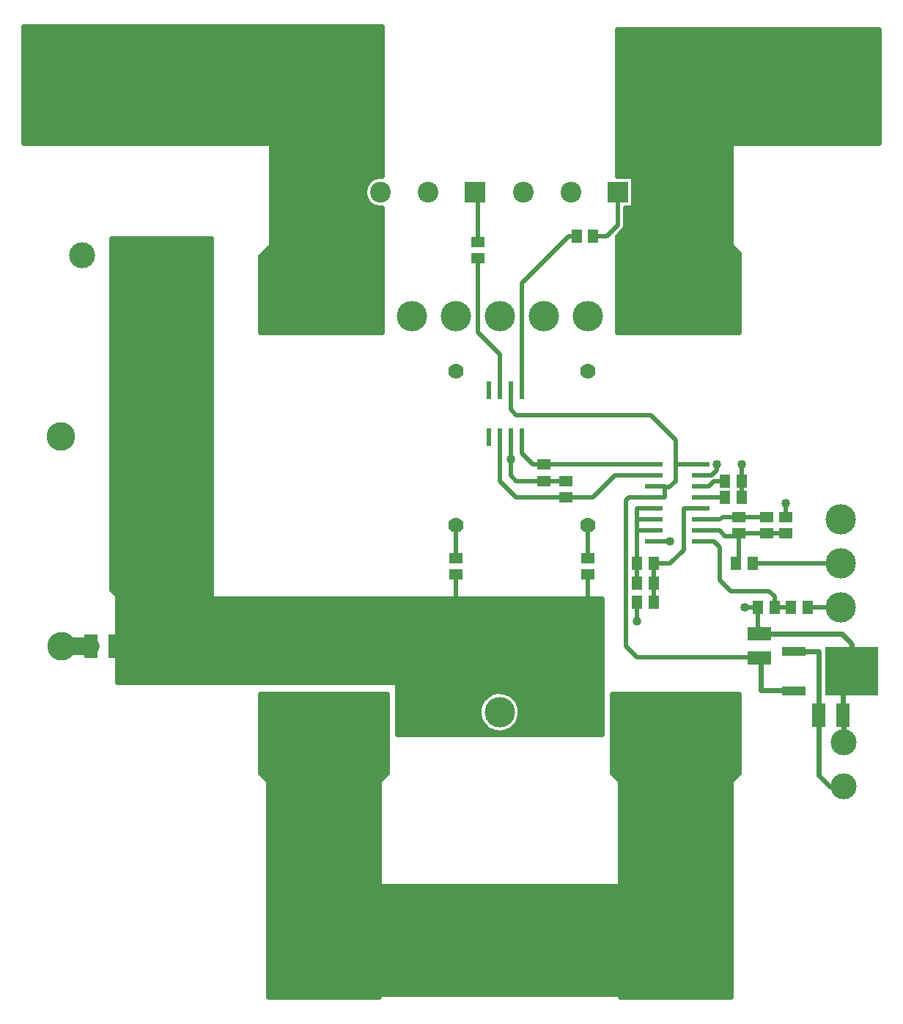
<source format=gbr>
G04 DipTrace 2.3.0.3*
%INTop.gbr*%
%MOMM*%
%ADD13C,0.5*%
%ADD14C,2.0*%
%ADD16C,0.6*%
%ADD17C,0.33*%
%ADD18C,13.0*%
%ADD19C,0.635*%
%ADD20R,1.3X1.5*%
%ADD21R,1.5X1.3*%
%ADD22R,2.7X1.6*%
%ADD23R,1.6X2.7*%
%ADD24R,3.3X3.3*%
%ADD25C,3.3*%
%ADD26R,0.6X2.0*%
%ADD27R,2.4X2.4*%
%ADD28C,2.4*%
%ADD29C,1.778*%
%ADD30C,1.778*%
%ADD31C,3.5*%
%ADD32C,3.5*%
%ADD33R,2.0X0.6*%
%ADD34R,13.0X13.0*%
%ADD35C,3.0*%
%ADD37R,2.75X1.0*%
%ADD38R,6.15X5.55*%
%ADD39C,1.016*%
%FSLAX53Y53*%
G04*
G71*
G90*
G75*
G01*
%LNTop*%
%LPD*%
X98800Y23495D2*
D14*
X95410D1*
X147320Y45085D2*
D13*
Y47625D1*
X153670Y42545D2*
X151130D1*
X147955D1*
X147320Y43180D1*
Y45085D1*
X173985Y42545D2*
Y40640D1*
X163830Y35560D2*
X165418D1*
X165735D1*
X173990Y44450D2*
X173985Y42545D1*
X169230Y43180D2*
X170497D1*
X171133Y43815D1*
Y44450D1*
X174308Y27940D2*
X175895D1*
X161925Y26352D2*
Y28575D1*
X179070Y40005D2*
Y38418D1*
X179067Y38415D1*
X176025Y24895D2*
X176717D1*
X175895Y25717D1*
Y27940D1*
X185737Y12383D2*
D16*
Y15500D1*
X185680Y15558D1*
Y21622D1*
X186722Y20580D1*
Y23780D1*
X185607Y24895D1*
X176025D1*
X169230Y40640D2*
D13*
X172085D1*
X169230Y41910D2*
X170180D1*
X170815Y42545D1*
X172085D1*
X163830Y30798D2*
Y33015D1*
X163825Y33020D1*
X165735D1*
X167322Y34607D1*
Y39370D1*
X169230D1*
X163825Y28575D2*
Y30798D1*
X163830D1*
Y39370D2*
X161925D1*
Y38100D1*
X163830D1*
X161925D2*
Y36830D1*
X163830D1*
X161925Y33020D2*
Y36830D1*
X161930Y30798D2*
Y33015D1*
X161925Y33020D1*
X176845Y38415D2*
X173670D1*
X171765D1*
X171450Y38100D1*
X169230D1*
Y36830D2*
X171450D1*
X172085Y36195D1*
X173350D1*
X173670Y36515D1*
X176845D1*
X173670D2*
Y33335D1*
X173355Y33020D1*
X179067Y36515D2*
X176845D1*
X181605Y27940D2*
X185420D1*
X177795D2*
X179705D1*
X177795D2*
Y29215D1*
X177165Y29845D1*
X172720D1*
X171450Y31115D1*
Y34925D1*
X170815Y35560D1*
X169230D1*
X143510Y68268D2*
Y59690D1*
X146050Y57150D1*
Y53025D1*
X163830Y43180D2*
X159385D1*
X156845Y40640D1*
X154940D1*
X147955D1*
X146050Y42545D1*
Y47625D1*
X153670Y40645D2*
X154940Y40640D1*
X156210Y33655D2*
Y37465D1*
X156842Y70805D2*
X158435D1*
X159702Y72072D1*
Y75883D1*
X135890Y15875D2*
D17*
X140970D1*
Y19685D1*
X149860D1*
X151130Y18415D1*
Y15875D1*
X156210D1*
X105330Y47705D2*
Y23575D1*
X105410Y23495D1*
X140335D1*
X140585Y23245D1*
X140970Y22860D1*
Y19685D1*
X101600Y23495D2*
X105410D1*
X102870Y68580D2*
Y54610D1*
X105410Y52070D1*
Y47785D1*
X105330Y47705D1*
X140970Y31755D2*
D13*
Y23629D1*
X140585Y23245D1*
X156210Y31755D2*
Y15875D1*
X125730Y-10477D2*
D17*
Y15875D1*
X120650D1*
X125730D2*
X130810D1*
X161290D2*
X166370D1*
X171450D1*
X166370D2*
Y-10477D1*
D18*
X125730D1*
X140970Y33655D2*
D13*
Y37465D1*
X163830Y40640D2*
X165100D1*
Y41827D1*
Y41910D1*
X163830D1*
X165100Y41827D2*
X165652D1*
X166370Y42545D1*
Y44450D1*
X169230D1*
X176025Y22095D2*
X177035D1*
X177165Y22225D1*
X161925D1*
X160655Y23495D1*
Y40322D1*
X160972Y40640D1*
X163830D1*
X147320Y53025D2*
Y50800D1*
X147955Y50165D1*
X163513D1*
X166370Y47308D1*
Y44450D1*
X180023Y18300D2*
D16*
Y18415D1*
X176212D1*
Y22095D1*
X176025D1*
X98000Y88000D2*
D17*
X126000D1*
Y61595D1*
X125730D1*
X130810D2*
X125730D1*
X120650D1*
X183515Y88265D2*
X166370D1*
Y61595D1*
X161290D2*
X166370D1*
X171450D1*
X154942Y70805D2*
D13*
X153990D1*
X148590Y65405D1*
Y53025D1*
X175255Y33020D2*
X185420D1*
X163830Y44450D2*
X151130D1*
X149860D1*
X148590Y45720D1*
Y47625D1*
X151130Y44445D2*
Y44450D1*
X143510Y70168D2*
Y75883D1*
X143192D1*
X185737Y7303D2*
D16*
X184150D1*
X182880Y8572D1*
Y15558D1*
Y22860D1*
X180023D1*
D39*
X147320Y45085D3*
X165735Y35560D3*
X173990Y44450D3*
X171133D3*
X161925Y26352D3*
X174308Y27940D3*
X179070Y40005D3*
X91186Y94301D2*
D19*
X132339D1*
X91186Y93669D2*
X132339D1*
X91186Y93038D2*
X132339D1*
X91186Y92406D2*
X132339D1*
X91186Y91774D2*
X132339D1*
X91186Y91143D2*
X132339D1*
X91186Y90511D2*
X132339D1*
X91186Y89879D2*
X132339D1*
X91186Y89247D2*
X132339D1*
X91186Y88616D2*
X132339D1*
X91186Y87984D2*
X132339D1*
X91186Y87352D2*
X132339D1*
X91186Y86721D2*
X132339D1*
X91186Y86089D2*
X132339D1*
X91186Y85457D2*
X132339D1*
X91186Y84826D2*
X132339D1*
X91186Y84194D2*
X132339D1*
X91186Y83562D2*
X132339D1*
X91186Y82931D2*
X132339D1*
X91186Y82299D2*
X132339D1*
X91186Y81668D2*
X132339D1*
X119756Y81036D2*
X132339D1*
X119756Y80404D2*
X132339D1*
X119756Y79773D2*
X132339D1*
X119756Y79141D2*
X132339D1*
X119756Y78509D2*
X132339D1*
X119756Y77878D2*
X132339D1*
X119756Y77246D2*
X130950D1*
X119756Y76614D2*
X130503D1*
X119756Y75982D2*
X130355D1*
X119756Y75351D2*
X130434D1*
X119756Y74719D2*
X130761D1*
X119756Y74087D2*
X131694D1*
X119756Y73456D2*
X132339D1*
X119756Y72824D2*
X132339D1*
X119756Y72192D2*
X132339D1*
X119756Y71561D2*
X132339D1*
X119756Y70929D2*
X132339D1*
X119756Y70298D2*
X132339D1*
X119706Y69666D2*
X132339D1*
X119071Y69034D2*
X132339D1*
X118486Y68403D2*
X132339D1*
X118486Y67771D2*
X132339D1*
X118486Y67139D2*
X132339D1*
X118486Y66508D2*
X132339D1*
X118486Y65876D2*
X132339D1*
X118486Y65244D2*
X132339D1*
X118486Y64612D2*
X132339D1*
X118486Y63981D2*
X132339D1*
X118486Y63349D2*
X132339D1*
X118486Y62717D2*
X132339D1*
X118486Y62086D2*
X132339D1*
X118486Y61454D2*
X132339D1*
X118486Y60822D2*
X132339D1*
X118486Y60191D2*
X132339D1*
X132406Y74015D2*
X132060Y74024D1*
X131750Y74090D1*
X131455Y74207D1*
X131185Y74372D1*
X130946Y74581D1*
X130745Y74827D1*
X130590Y75103D1*
X130482Y75402D1*
X130427Y75714D1*
X130426Y76031D1*
X130477Y76344D1*
X130581Y76643D1*
X130734Y76921D1*
X130932Y77169D1*
X131168Y77380D1*
X131437Y77549D1*
X131730Y77669D1*
X132040Y77738D1*
X132406Y77748D1*
X132398Y78740D1*
Y94933D1*
X91122D1*
Y81597D1*
X119380D1*
X119648Y81442D1*
X119697Y81280D1*
X119693Y69842D1*
X119605Y69625D1*
X118431Y68452D1*
X118428Y59690D1*
X132398D1*
Y74007D1*
X159766Y93983D2*
X189806D1*
X159766Y93352D2*
X189806D1*
X159766Y92720D2*
X189806D1*
X159766Y92088D2*
X189806D1*
X159766Y91457D2*
X189806D1*
X159766Y90825D2*
X189806D1*
X159766Y90193D2*
X189806D1*
X159766Y89562D2*
X189806D1*
X159766Y88930D2*
X189806D1*
X159766Y88298D2*
X189806D1*
X159766Y87667D2*
X189806D1*
X159766Y87035D2*
X189806D1*
X159766Y86403D2*
X189806D1*
X159766Y85772D2*
X189806D1*
X159766Y85140D2*
X189806D1*
X159766Y84508D2*
X189806D1*
X159766Y83877D2*
X189806D1*
X159766Y83245D2*
X189806D1*
X159766Y82613D2*
X189806D1*
X159766Y81982D2*
X189806D1*
X159766Y81350D2*
X172701D1*
X159766Y80718D2*
X172701D1*
X159766Y80087D2*
X172691D1*
X159766Y79455D2*
X172691D1*
X159766Y78823D2*
X172691D1*
X159766Y78192D2*
X172691D1*
X161636Y77560D2*
X172681D1*
X161636Y76928D2*
X172681D1*
X161636Y76297D2*
X172681D1*
X161636Y75665D2*
X172681D1*
X161636Y75033D2*
X172681D1*
X161636Y74402D2*
X172671D1*
X160684Y73770D2*
X172671D1*
X160684Y73138D2*
X172671D1*
X160684Y72507D2*
X172671D1*
X160664Y71875D2*
X172661D1*
X160237Y71243D2*
X172661D1*
X159766Y70612D2*
X172661D1*
X159766Y69980D2*
X172661D1*
X159766Y69348D2*
X173029D1*
X159766Y68717D2*
X173614D1*
X159766Y68085D2*
X173614D1*
X159766Y67453D2*
X173614D1*
X159766Y66822D2*
X173614D1*
X159766Y66190D2*
X173614D1*
X159766Y65558D2*
X173614D1*
X159766Y64927D2*
X173614D1*
X159766Y64295D2*
X173614D1*
X159766Y63663D2*
X173614D1*
X159766Y63032D2*
X173614D1*
X159766Y62400D2*
X173614D1*
X159766Y61768D2*
X173614D1*
X159766Y61137D2*
X173614D1*
X159766Y60505D2*
X173614D1*
X159766Y59873D2*
X173614D1*
X159705Y77755D2*
X161575D1*
Y74010D1*
X160633D1*
X160625Y72707D1*
Y72072D1*
X160571Y71761D1*
X160384Y71450D1*
X159703Y70767D1*
X159702Y59690D1*
X173673D1*
Y68769D1*
X172810Y69635D1*
X172720Y69851D1*
X172764Y81277D1*
X172920Y81544D1*
X173081Y81593D1*
X189865Y81597D1*
Y94615D1*
X159702D1*
Y77758D1*
X118491Y17307D2*
X132974D1*
X118491Y16675D2*
X132974D1*
X118491Y16044D2*
X132974D1*
X118491Y15412D2*
X132974D1*
X118491Y14780D2*
X132974D1*
X118491Y14149D2*
X132974D1*
X118491Y13517D2*
X132974D1*
X118491Y12885D2*
X132974D1*
X118491Y12254D2*
X132974D1*
X118491Y11622D2*
X132974D1*
X118491Y10990D2*
X132974D1*
X118491Y10359D2*
X132974D1*
X118491Y9727D2*
X132974D1*
X118491Y9095D2*
X132974D1*
X118893Y8464D2*
X132567D1*
X119439Y7832D2*
X132021D1*
X119439Y7200D2*
X132021D1*
X119439Y6569D2*
X132021D1*
X119439Y5937D2*
X132021D1*
X119439Y5305D2*
X132021D1*
X119439Y4674D2*
X132021D1*
X119439Y4042D2*
X132021D1*
X119439Y3410D2*
X132021D1*
X119439Y2779D2*
X132021D1*
X119439Y2147D2*
X132021D1*
X119439Y1515D2*
X132021D1*
X119439Y884D2*
X132021D1*
X119439Y252D2*
X132021D1*
X119439Y-380D2*
X132021D1*
X119439Y-1011D2*
X132021D1*
X119439Y-1643D2*
X132021D1*
X119439Y-2275D2*
X132021D1*
X119439Y-2906D2*
X132021D1*
X119439Y-3538D2*
X132021D1*
X119439Y-4170D2*
X132021D1*
X119439Y-4801D2*
X132021D1*
X119439Y-5433D2*
X132021D1*
X119439Y-6065D2*
X132021D1*
X119439Y-6696D2*
X132021D1*
X119439Y-7328D2*
X132021D1*
X119439Y-7960D2*
X132021D1*
X119439Y-8591D2*
X132021D1*
X119439Y-9223D2*
X132021D1*
X119439Y-9855D2*
X132021D1*
X119439Y-10486D2*
X132021D1*
X119439Y-11118D2*
X132021D1*
X119439Y-11750D2*
X132021D1*
X119439Y-12381D2*
X132021D1*
X119439Y-13013D2*
X132021D1*
X119439Y-13645D2*
X132021D1*
X119439Y-14276D2*
X132021D1*
X119439Y-14908D2*
X132021D1*
X119439Y-15540D2*
X132021D1*
X119439Y-16171D2*
X132021D1*
X119439Y-16803D2*
X132021D1*
X119697Y-16986D2*
X132080D1*
X132085Y7787D1*
X132173Y8003D1*
X133036Y8866D1*
X133033Y17939D1*
X118428D1*
Y8860D1*
X119290Y7994D1*
X119380Y7779D1*
Y-16986D1*
X119697D1*
X159131Y17307D2*
X173614D1*
X159131Y16675D2*
X173614D1*
X159131Y16044D2*
X173614D1*
X159131Y15412D2*
X173614D1*
X159131Y14780D2*
X173614D1*
X159131Y14149D2*
X173614D1*
X159131Y13517D2*
X173614D1*
X159131Y12885D2*
X173614D1*
X159131Y12254D2*
X173614D1*
X159131Y11622D2*
X173614D1*
X159131Y10990D2*
X173614D1*
X159131Y10359D2*
X173614D1*
X159131Y9727D2*
X173614D1*
X159131Y9095D2*
X173614D1*
X159533Y8464D2*
X173207D1*
X160079Y7832D2*
X172661D1*
X160079Y7200D2*
X172661D1*
X160079Y6569D2*
X172661D1*
X160079Y5937D2*
X172661D1*
X160079Y5305D2*
X172661D1*
X160079Y4674D2*
X172661D1*
X160079Y4042D2*
X172661D1*
X160079Y3410D2*
X172661D1*
X160079Y2779D2*
X172661D1*
X160079Y2147D2*
X172661D1*
X160079Y1515D2*
X172661D1*
X160079Y884D2*
X172661D1*
X160079Y252D2*
X172661D1*
X160079Y-380D2*
X172661D1*
X160079Y-1011D2*
X172661D1*
X160079Y-1643D2*
X172661D1*
X160079Y-2275D2*
X172661D1*
X160079Y-2906D2*
X172661D1*
X160079Y-3538D2*
X172661D1*
X160079Y-4170D2*
X172661D1*
X160079Y-4801D2*
X172661D1*
X160079Y-5433D2*
X172661D1*
X160079Y-6065D2*
X172661D1*
X160079Y-6696D2*
X172661D1*
X160079Y-7328D2*
X172661D1*
X160079Y-7960D2*
X172661D1*
X160079Y-8591D2*
X172661D1*
X160079Y-9223D2*
X172661D1*
X160079Y-9855D2*
X172661D1*
X160079Y-10486D2*
X172661D1*
X160079Y-11118D2*
X172661D1*
X160079Y-11750D2*
X172661D1*
X160079Y-12381D2*
X172661D1*
X160079Y-13013D2*
X172661D1*
X160079Y-13645D2*
X172661D1*
X160079Y-14276D2*
X172661D1*
X160079Y-14908D2*
X172661D1*
X160079Y-15540D2*
X172661D1*
X160079Y-16171D2*
X172661D1*
X160079Y-16803D2*
X172661D1*
X160337Y-16986D2*
X172720D1*
X172725Y7787D1*
X172813Y8003D1*
X173676Y8866D1*
X173673Y17939D1*
X159067D1*
Y8860D1*
X159930Y7994D1*
X160020Y7779D1*
Y-16986D1*
X160337D1*
X101346Y69853D2*
X112654D1*
X101346Y69222D2*
X112654D1*
X101346Y68590D2*
X112654D1*
X101346Y67958D2*
X112654D1*
X101346Y67327D2*
X112654D1*
X101346Y66695D2*
X112654D1*
X101346Y66063D2*
X112654D1*
X101346Y65432D2*
X112654D1*
X101346Y64800D2*
X112654D1*
X101346Y64168D2*
X112654D1*
X101346Y63537D2*
X112654D1*
X101346Y62905D2*
X112654D1*
X101346Y62273D2*
X112654D1*
X101346Y61642D2*
X112654D1*
X101346Y61010D2*
X112654D1*
X101346Y60378D2*
X112654D1*
X101346Y59747D2*
X112654D1*
X101346Y59115D2*
X112654D1*
X101346Y58483D2*
X112654D1*
X101346Y57852D2*
X112654D1*
X101346Y57220D2*
X112654D1*
X101346Y56588D2*
X112654D1*
X101346Y55957D2*
X112654D1*
X101346Y55325D2*
X112654D1*
X101346Y54693D2*
X112654D1*
X101346Y54062D2*
X112654D1*
X101346Y53430D2*
X112654D1*
X101346Y52798D2*
X112654D1*
X101346Y52167D2*
X112654D1*
X101346Y51535D2*
X112654D1*
X101346Y50903D2*
X112654D1*
X101346Y50272D2*
X112654D1*
X101346Y49640D2*
X112654D1*
X101346Y49008D2*
X112654D1*
X101346Y48377D2*
X112654D1*
X101346Y47745D2*
X112654D1*
X101346Y47113D2*
X112654D1*
X101346Y46482D2*
X112654D1*
X101346Y45850D2*
X112654D1*
X101346Y45218D2*
X112654D1*
X101346Y44587D2*
X112654D1*
X101346Y43955D2*
X112654D1*
X101346Y43323D2*
X112654D1*
X101346Y42692D2*
X112654D1*
X101346Y42060D2*
X112654D1*
X101346Y41428D2*
X112654D1*
X101346Y40797D2*
X112654D1*
X101346Y40165D2*
X112654D1*
X101346Y39533D2*
X112654D1*
X101346Y38902D2*
X112654D1*
X101346Y38270D2*
X112654D1*
X101346Y37638D2*
X112654D1*
X101346Y37007D2*
X112654D1*
X101346Y36375D2*
X112654D1*
X101346Y35743D2*
X112654D1*
X101346Y35112D2*
X112654D1*
X101346Y34480D2*
X112654D1*
X101346Y33848D2*
X112654D1*
X101346Y33217D2*
X112654D1*
X101346Y32585D2*
X112654D1*
X101346Y31953D2*
X112654D1*
X101346Y31322D2*
X112654D1*
X101346Y30690D2*
X112654D1*
X101346Y30058D2*
X112654D1*
X101897Y29427D2*
X112654D1*
X101976Y28795D2*
X157739D1*
X101976Y28163D2*
X157739D1*
X101976Y27532D2*
X157739D1*
X101976Y26900D2*
X157739D1*
X101976Y26268D2*
X157739D1*
X101976Y25637D2*
X157739D1*
X101976Y25005D2*
X157739D1*
X101976Y24373D2*
X157739D1*
X101976Y23742D2*
X157739D1*
X101976Y23110D2*
X157739D1*
X101976Y22478D2*
X157739D1*
X101976Y21847D2*
X157739D1*
X101976Y21215D2*
X157739D1*
X101976Y20583D2*
X157739D1*
X101976Y19952D2*
X157739D1*
X134212Y19320D2*
X157739D1*
X134361Y18688D2*
X157739D1*
X134361Y18057D2*
X144930D1*
X147170D2*
X157739D1*
X134361Y17425D2*
X144126D1*
X147974D2*
X157739D1*
X134361Y16793D2*
X143749D1*
X148351D2*
X157739D1*
X134361Y16162D2*
X143580D1*
X148520D2*
X157739D1*
X134361Y15530D2*
X143590D1*
X148510D2*
X157739D1*
X134361Y14898D2*
X143769D1*
X148331D2*
X157739D1*
X134361Y14267D2*
X144176D1*
X147924D2*
X157739D1*
X134361Y13635D2*
X145069D1*
X147031D2*
X157739D1*
X148452Y15558D2*
X148390Y15247D1*
X148288Y14947D1*
X148148Y14662D1*
X147971Y14399D1*
X147762Y14160D1*
X147523Y13951D1*
X147259Y13775D1*
X146974Y13635D1*
X146674Y13534D1*
X146362Y13472D1*
X146046Y13452D1*
X145729Y13473D1*
X145418Y13536D1*
X145118Y13639D1*
X144834Y13779D1*
X144570Y13956D1*
X144332Y14166D1*
X144124Y14405D1*
X143948Y14669D1*
X143809Y14954D1*
X143708Y15255D1*
X143647Y15567D1*
X143627Y15883D1*
X143649Y16200D1*
X143712Y16511D1*
X143815Y16811D1*
X143957Y17095D1*
X144134Y17358D1*
X144344Y17596D1*
X144583Y17804D1*
X144848Y17979D1*
X145133Y18118D1*
X145434Y18218D1*
X145746Y18279D1*
X146062Y18298D1*
X146379Y18275D1*
X146690Y18212D1*
X146990Y18108D1*
X147273Y17966D1*
X147536Y17789D1*
X147773Y17578D1*
X147981Y17338D1*
X148156Y17073D1*
X148294Y16788D1*
X148394Y16487D1*
X148454Y16175D1*
X148473Y15875D1*
X148452Y15558D1*
X157798Y13653D2*
Y28893D1*
X113030D1*
X112762Y29048D1*
X112712Y29210D1*
Y70485D1*
X101283D1*
Y29974D1*
X101827Y29425D1*
X101918Y29210D1*
Y19367D1*
X133985D1*
X134253Y19212D1*
X134303Y19050D1*
Y13335D1*
X157798D1*
Y13653D1*
D20*
X172085Y40640D3*
X173985D3*
X163825Y33020D3*
X161925D3*
D21*
X176845Y36515D3*
Y38415D3*
X140970Y33655D3*
Y31755D3*
X156210Y33655D3*
Y31755D3*
D22*
X176025Y22095D3*
Y24895D3*
D23*
X182880Y15558D3*
X185680D3*
X101600Y23495D3*
X98800D3*
D24*
X105410D3*
D25*
X95410D3*
D24*
X105330Y47705D3*
D25*
X95330D3*
D26*
X144780Y47625D3*
X146050D3*
X147320D3*
X148590D3*
Y53025D3*
X147320D3*
X146050D3*
X144780D3*
D27*
X143192Y75883D3*
D28*
X137742D3*
X132292D3*
D27*
X159703D3*
D28*
X154253D3*
X148803D3*
D20*
X172085Y42545D3*
X173985D3*
X161925Y28575D3*
X163825D3*
X163830Y30798D3*
X161930D3*
D21*
X173670Y36515D3*
Y38415D3*
D20*
X175895Y27940D3*
X177795D3*
X179705D3*
X181605D3*
D21*
X179067Y38415D3*
Y36515D3*
D20*
X175255Y33020D3*
X173355D3*
D29*
X156210Y55245D3*
D30*
Y37465D3*
D29*
X140970D3*
D30*
Y55245D3*
D21*
X153670Y42545D3*
Y40645D3*
X151130Y42545D3*
Y44445D3*
X143510Y70168D3*
Y68267D3*
D20*
X156843Y70805D3*
X154942D3*
D31*
X185420Y38100D3*
Y33020D3*
Y27940D3*
D32*
X120650Y61595D3*
X125730D3*
X130810D3*
X135890D3*
X140970D3*
X146050D3*
X151130D3*
X156210D3*
X161290D3*
X166370D3*
X171450D3*
Y15875D3*
X166370D3*
X161290D3*
X156210D3*
X151130D3*
X146050D3*
X140970D3*
X135890D3*
X130810D3*
X125730D3*
X120650D3*
D33*
X169230Y35560D3*
Y36830D3*
Y38100D3*
Y39370D3*
Y40640D3*
Y41910D3*
Y43180D3*
Y44450D3*
X163830D3*
Y43180D3*
Y41910D3*
Y40640D3*
Y39370D3*
Y38100D3*
Y36830D3*
Y35560D3*
D34*
X166370Y-10477D3*
X125730D3*
D35*
X97790Y68580D3*
X102870D3*
D37*
X180022Y22860D3*
Y18300D3*
D38*
X186722Y20580D3*
D35*
X185737Y12382D3*
Y7303D3*
D34*
X98000Y88000D3*
X183515Y88265D3*
M02*

</source>
